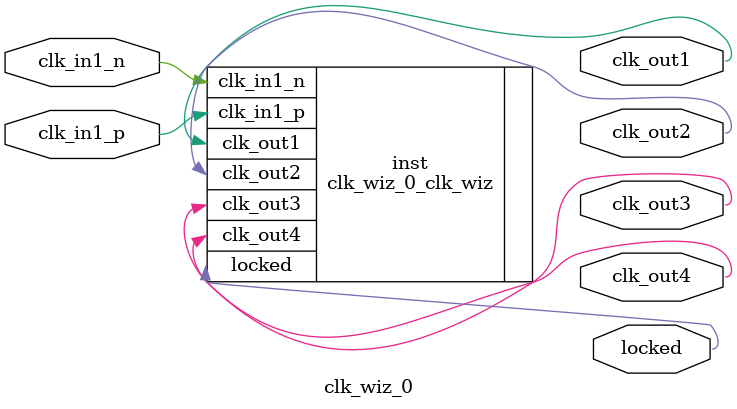
<source format=v>


`timescale 1ps/1ps

(* CORE_GENERATION_INFO = "clk_wiz_0,clk_wiz_v6_0_0_0,{component_name=clk_wiz_0,use_phase_alignment=true,use_min_o_jitter=false,use_max_i_jitter=false,use_dyn_phase_shift=false,use_inclk_switchover=false,use_dyn_reconfig=false,enable_axi=0,feedback_source=FDBK_AUTO,PRIMITIVE=MMCM,num_out_clk=3,clkin1_period=8.000,clkin2_period=10.000,use_power_down=false,use_reset=false,use_locked=true,use_inclk_stopped=false,feedback_type=SINGLE,CLOCK_MGR_TYPE=NA,manual_override=false}" *)

module clk_wiz_0 
 (
  // Clock out ports
  output        clk_out1,
  output        clk_out2,
  output        clk_out3,
  output        clk_out4,
  // Status and control signals
  output        locked,
 // Clock in ports
  input         clk_in1_p,
  input         clk_in1_n
 );

  clk_wiz_0_clk_wiz inst
  (
  // Clock out ports  
  .clk_out1(clk_out1),
  .clk_out2(clk_out2),
  .clk_out3(clk_out3),
  .clk_out4(clk_out4),
  // Status and control signals               
  .locked(locked),
 // Clock in ports
  .clk_in1_p(clk_in1_p),
  .clk_in1_n(clk_in1_n)
  );

endmodule

</source>
